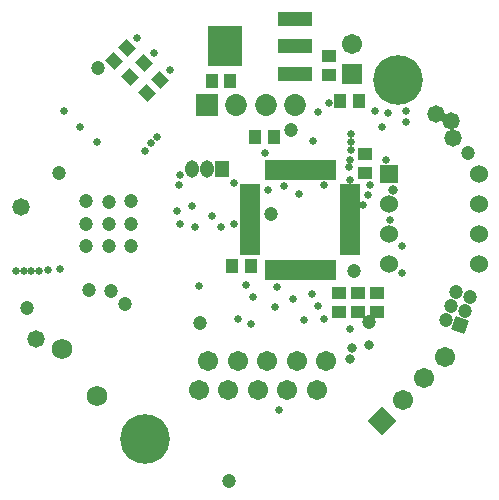
<source format=gts>
G04*
G04 #@! TF.GenerationSoftware,Altium Limited,Altium Designer,20.0.7 (75)*
G04*
G04 Layer_Color=8388736*
%FSLAX44Y44*%
%MOMM*%
G71*
G01*
G75*
%ADD26R,1.1684X1.0668*%
%ADD27R,1.0668X1.1684*%
%ADD28R,2.9032X1.2032*%
%ADD29R,2.9032X3.5032*%
G04:AMPARAMS|DCode=30|XSize=1.0668mm|YSize=1.1684mm|CornerRadius=0mm|HoleSize=0mm|Usage=FLASHONLY|Rotation=225.000|XOffset=0mm|YOffset=0mm|HoleType=Round|Shape=Rectangle|*
%AMROTATEDRECTD30*
4,1,4,-0.0359,0.7903,0.7903,-0.0359,0.0359,-0.7903,-0.7903,0.0359,-0.0359,0.7903,0.0*
%
%ADD30ROTATEDRECTD30*%

%ADD31R,1.6764X0.4826*%
%ADD32R,0.4826X1.6764*%
%ADD33R,1.2032X1.4732*%
%ADD34O,1.2032X1.4732*%
%ADD35C,1.7032*%
%ADD36R,1.7032X1.7032*%
%ADD37C,1.7272*%
%ADD38R,1.8532X1.8532*%
%ADD39C,1.8532*%
%ADD40P,1.7016X4X385.0*%
%ADD41C,1.2032*%
%ADD42R,1.5240X1.5240*%
%ADD43C,1.5240*%
%ADD44C,4.2032*%
%ADD45P,2.4087X4X90.0*%
%ADD46C,1.4732*%
%ADD47C,0.6532*%
%ADD48C,0.8032*%
D26*
X64000Y162001D02*
D03*
Y145999D02*
D03*
X95000Y62999D02*
D03*
Y79001D02*
D03*
X73000Y-55001D02*
D03*
Y-38999D02*
D03*
X105000Y-55001D02*
D03*
Y-38999D02*
D03*
X89000Y-55001D02*
D03*
Y-38999D02*
D03*
D27*
X-18001Y-16000D02*
D03*
X-1999D02*
D03*
X74099Y123500D02*
D03*
X90101D02*
D03*
X-18999Y141000D02*
D03*
X-35001D02*
D03*
X1999Y93000D02*
D03*
X18001D02*
D03*
D28*
X35500Y147000D02*
D03*
Y170000D02*
D03*
Y193000D02*
D03*
D29*
X-23500Y170000D02*
D03*
D30*
X-117658Y157343D02*
D03*
X-106342Y168657D02*
D03*
X-103658Y144342D02*
D03*
X-92343Y155657D02*
D03*
X-89658Y130342D02*
D03*
X-78342Y141657D02*
D03*
D31*
X82164Y-4500D02*
D03*
Y500D02*
D03*
Y5500D02*
D03*
Y10500D02*
D03*
Y15500D02*
D03*
Y20500D02*
D03*
Y25500D02*
D03*
Y30500D02*
D03*
Y35500D02*
D03*
Y40500D02*
D03*
Y45500D02*
D03*
Y50500D02*
D03*
X-2164D02*
D03*
Y45500D02*
D03*
Y40500D02*
D03*
Y35500D02*
D03*
Y30500D02*
D03*
Y25500D02*
D03*
Y20500D02*
D03*
Y15500D02*
D03*
Y10500D02*
D03*
Y5500D02*
D03*
Y500D02*
D03*
Y-4500D02*
D03*
D32*
X67500Y65164D02*
D03*
X62500D02*
D03*
X57500D02*
D03*
X52500D02*
D03*
X47500D02*
D03*
X42500D02*
D03*
X37500D02*
D03*
X32500D02*
D03*
X27500D02*
D03*
X22500D02*
D03*
X17500D02*
D03*
X12500D02*
D03*
Y-19164D02*
D03*
X17500D02*
D03*
X22500D02*
D03*
X27500D02*
D03*
X32500D02*
D03*
X37500D02*
D03*
X42500D02*
D03*
X47500D02*
D03*
X52500D02*
D03*
X57500D02*
D03*
X62500D02*
D03*
X67500D02*
D03*
D33*
X-26600Y66300D02*
D03*
D34*
X-39300D02*
D03*
X-52000D02*
D03*
D35*
X84000Y172000D02*
D03*
X54000Y-121000D02*
D03*
X29000D02*
D03*
X4000D02*
D03*
X-21000D02*
D03*
X-46000D02*
D03*
X162882Y-93118D02*
D03*
X144921Y-111079D02*
D03*
X126960Y-129039D02*
D03*
X62000Y-96000D02*
D03*
X37000D02*
D03*
X12000D02*
D03*
X-13000D02*
D03*
X-38000D02*
D03*
D36*
X84000Y146600D02*
D03*
D37*
X-161489Y-85849D02*
D03*
X-132100Y-126300D02*
D03*
D38*
X-39000Y120000D02*
D03*
D39*
X-14000D02*
D03*
X11000D02*
D03*
X36000D02*
D03*
D40*
X175313Y-65868D02*
D03*
D41*
X163379Y-61525D02*
D03*
X179656Y-53934D02*
D03*
X184000Y-42000D02*
D03*
X172066Y-37656D02*
D03*
X167722Y-49591D02*
D03*
X-191600Y-51700D02*
D03*
X-121700Y38500D02*
D03*
X-122200Y1200D02*
D03*
X-122100Y19800D02*
D03*
X-131000Y152000D02*
D03*
X182000Y80000D02*
D03*
X-103000Y39000D02*
D03*
X-141000D02*
D03*
Y20000D02*
D03*
X-103000D02*
D03*
Y1000D02*
D03*
X-141000D02*
D03*
X-119850Y-37000D02*
D03*
X-108000Y-48000D02*
D03*
X98148Y-63099D02*
D03*
X-139000Y-36000D02*
D03*
X-45000Y-64000D02*
D03*
X-20000Y-198000D02*
D03*
X32000Y99000D02*
D03*
X86000Y-20000D02*
D03*
X-164000Y63000D02*
D03*
X15500Y28164D02*
D03*
D42*
X114800Y62200D02*
D03*
D43*
Y36800D02*
D03*
Y11400D02*
D03*
Y-14000D02*
D03*
X191000D02*
D03*
Y11400D02*
D03*
Y36800D02*
D03*
Y62200D02*
D03*
D44*
X-91700Y-162200D02*
D03*
X123000Y141700D02*
D03*
D45*
X109000Y-147000D02*
D03*
D46*
X155000Y113000D02*
D03*
X168018Y106612D02*
D03*
X169569Y92193D02*
D03*
X-184000Y-78000D02*
D03*
X-196000Y34000D02*
D03*
D47*
X-163300Y-18100D02*
D03*
X-180900Y-20000D02*
D03*
X-173200Y-19578D02*
D03*
X-200800Y-19900D02*
D03*
X-194000Y-20100D02*
D03*
X-187500Y-20300D02*
D03*
X109400Y101400D02*
D03*
X129500Y105600D02*
D03*
X103000Y115300D02*
D03*
X114600Y113400D02*
D03*
X97700Y44300D02*
D03*
X93100Y35900D02*
D03*
X99000Y53000D02*
D03*
X-81000Y93000D02*
D03*
X-64000Y31000D02*
D03*
X-63000Y53000D02*
D03*
X-62000Y61000D02*
D03*
X81750Y67500D02*
D03*
X60000Y53000D02*
D03*
X82000Y74000D02*
D03*
X83000Y82000D02*
D03*
X83000Y89000D02*
D03*
X83000Y96000D02*
D03*
X82000Y57000D02*
D03*
X116000Y23000D02*
D03*
X126000Y1000D02*
D03*
X-91375Y81375D02*
D03*
X-86000Y88000D02*
D03*
X112725Y74000D02*
D03*
X130000Y115000D02*
D03*
X126000Y-22000D02*
D03*
X55000Y114000D02*
D03*
X-52000Y35000D02*
D03*
X10000Y80000D02*
D03*
X-46000Y-33000D02*
D03*
X22000Y-138000D02*
D03*
X43000Y-62000D02*
D03*
X82000Y-69000D02*
D03*
X55000Y-50000D02*
D03*
X50000Y-40000D02*
D03*
X26000Y52000D02*
D03*
X39000Y45000D02*
D03*
X-16000Y54000D02*
D03*
X13000Y48000D02*
D03*
X-35000Y26000D02*
D03*
X-13000Y-61000D02*
D03*
X-6000Y-32000D02*
D03*
X0Y-42000D02*
D03*
X-2000Y-65000D02*
D03*
X-16000Y20000D02*
D03*
X-27000Y17000D02*
D03*
X-49000D02*
D03*
X-62000Y20000D02*
D03*
X60000Y-61000D02*
D03*
X51000Y90000D02*
D03*
X19000Y-50336D02*
D03*
X34000Y-44000D02*
D03*
X20000Y-34000D02*
D03*
X-132130Y89000D02*
D03*
X-146000Y102000D02*
D03*
X-160000Y114870D02*
D03*
X-98000Y177000D02*
D03*
X-84000Y164000D02*
D03*
X-70000Y150000D02*
D03*
X64000Y122000D02*
D03*
D48*
X119000Y48500D02*
D03*
X98000Y-83000D02*
D03*
X84000Y-85000D02*
D03*
X82000Y-95000D02*
D03*
M02*

</source>
